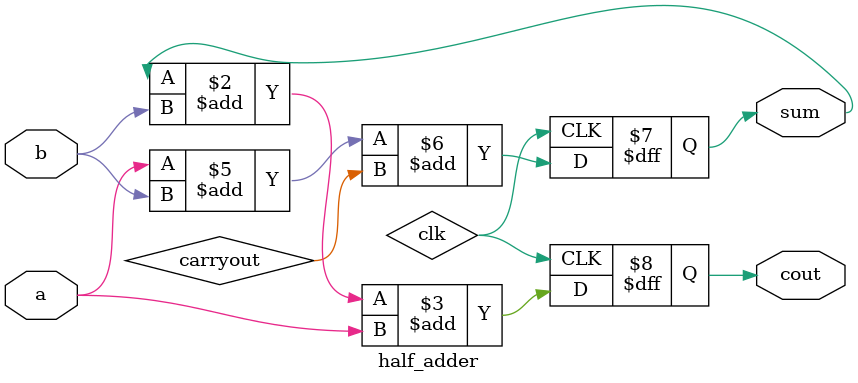
<source format=v>
module half_adder( 
input a, b,
output cout, sum );

always @(posedge clk)
cout <= sum + b + a;

always @(posedge clk)
sum <= a + b + carryout;

endmodule

</source>
